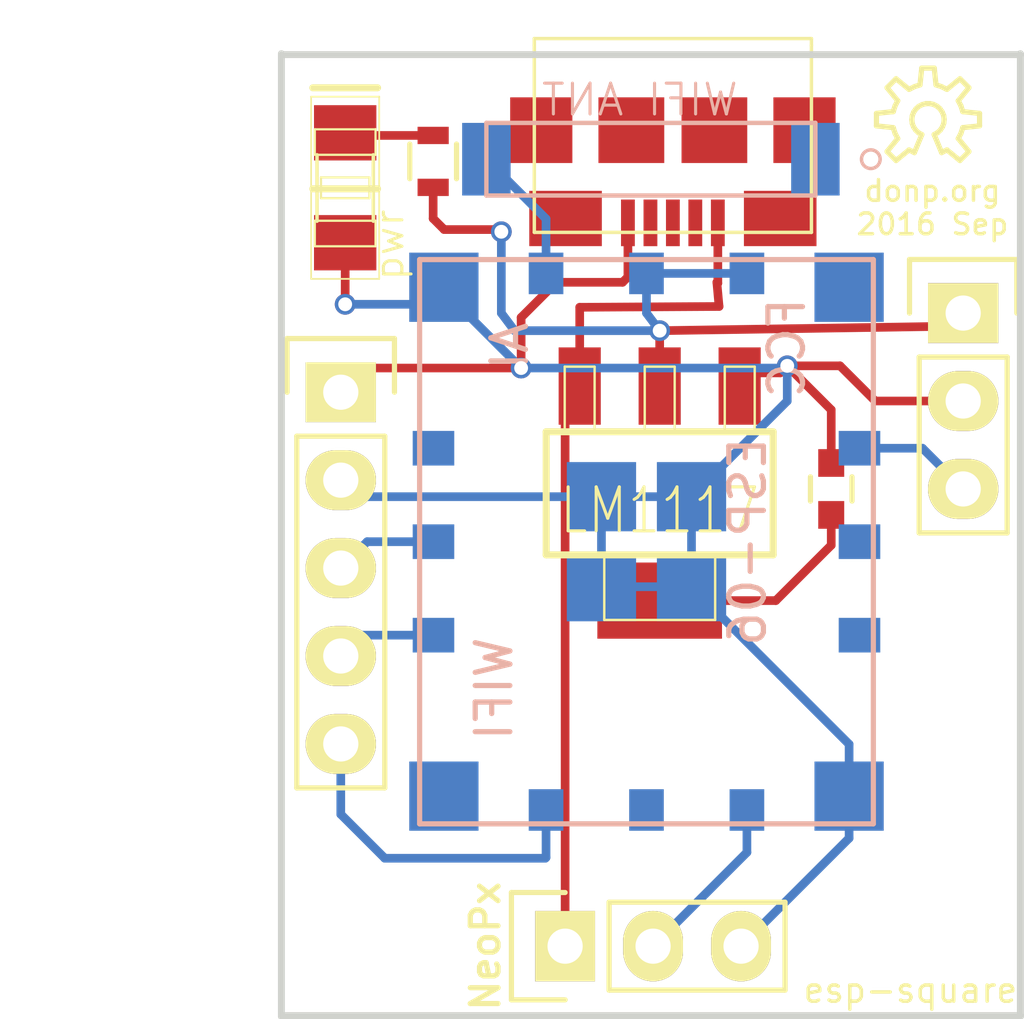
<source format=kicad_pcb>
(kicad_pcb (version 20171130) (host pcbnew 5.0.2-bee76a0~70~ubuntu18.04.1)

  (general
    (thickness 1.6)
    (drawings 6)
    (tracks 80)
    (zones 0)
    (modules 11)
    (nets 1)
  )

  (page A4)
  (layers
    (0 F.Cu signal)
    (31 B.Cu signal)
    (32 B.Adhes user)
    (33 F.Adhes user)
    (34 B.Paste user)
    (35 F.Paste user)
    (36 B.SilkS user)
    (37 F.SilkS user)
    (38 B.Mask user)
    (39 F.Mask user)
    (40 Dwgs.User user)
    (41 Cmts.User user)
    (42 Eco1.User user)
    (43 Eco2.User user)
    (44 Edge.Cuts user)
    (45 Margin user)
    (46 B.CrtYd user)
    (47 F.CrtYd user)
    (48 B.Fab user)
    (49 F.Fab user)
  )

  (setup
    (last_trace_width 0.25)
    (trace_clearance 0.2)
    (zone_clearance 0.508)
    (zone_45_only no)
    (trace_min 0.2)
    (segment_width 0.2)
    (edge_width 0.2)
    (via_size 0.6)
    (via_drill 0.4)
    (via_min_size 0.4)
    (via_min_drill 0.3)
    (uvia_size 0.3)
    (uvia_drill 0.1)
    (uvias_allowed no)
    (uvia_min_size 0.2)
    (uvia_min_drill 0.1)
    (pcb_text_width 0.3)
    (pcb_text_size 1.5 1.5)
    (mod_edge_width 0.15)
    (mod_text_size 1 1)
    (mod_text_width 0.15)
    (pad_size 3.59918 2.19964)
    (pad_drill 0)
    (pad_to_mask_clearance 0.2)
    (solder_mask_min_width 0.25)
    (aux_axis_origin 0 0)
    (visible_elements FFFFFF7F)
    (pcbplotparams
      (layerselection 0x010f0_ffffffff)
      (usegerberextensions true)
      (usegerberattributes false)
      (usegerberadvancedattributes false)
      (creategerberjobfile false)
      (excludeedgelayer true)
      (linewidth 0.100000)
      (plotframeref false)
      (viasonmask false)
      (mode 1)
      (useauxorigin false)
      (hpglpennumber 1)
      (hpglpenspeed 20)
      (hpglpendiameter 15.000000)
      (psnegative false)
      (psa4output false)
      (plotreference true)
      (plotvalue true)
      (plotinvisibletext false)
      (padsonsilk false)
      (subtractmaskfromsilk false)
      (outputformat 1)
      (mirror false)
      (drillshape 0)
      (scaleselection 1)
      (outputdirectory "/home/donp/osh/espsquare"))
  )

  (net 0 "")

  (net_class Default "This is the default net class."
    (clearance 0.2)
    (trace_width 0.25)
    (via_dia 0.6)
    (via_drill 0.4)
    (uvia_dia 0.3)
    (uvia_drill 0.1)
  )

  (module Pin_Headers:Pin_Header_Straight_1x03 (layer F.Cu) (tedit 57B8E39A) (tstamp 57BC01B3)
    (at 151.638 45.466)
    (descr "Through hole pin header")
    (tags "pin header")
    (fp_text reference "" (at 0 -2.3) (layer F.SilkS)
      (effects (font (size 0.8 0.9) (thickness 0.15)))
    )
    (fp_text value Pin_Header_Straight_1x03 (at 0 -3.1) (layer F.Fab) hide
      (effects (font (size 1 1) (thickness 0.15)))
    )
    (fp_line (start -1.75 -1.75) (end -1.75 6.85) (layer F.CrtYd) (width 0.05))
    (fp_line (start 1.75 -1.75) (end 1.75 6.85) (layer F.CrtYd) (width 0.05))
    (fp_line (start -1.75 -1.75) (end 1.75 -1.75) (layer F.CrtYd) (width 0.05))
    (fp_line (start -1.75 6.85) (end 1.75 6.85) (layer F.CrtYd) (width 0.05))
    (fp_line (start -1.27 1.27) (end -1.27 6.35) (layer F.SilkS) (width 0.15))
    (fp_line (start -1.27 6.35) (end 1.27 6.35) (layer F.SilkS) (width 0.15))
    (fp_line (start 1.27 6.35) (end 1.27 1.27) (layer F.SilkS) (width 0.15))
    (fp_line (start 1.55 -1.55) (end 1.55 0) (layer F.SilkS) (width 0.15))
    (fp_line (start 1.27 1.27) (end -1.27 1.27) (layer F.SilkS) (width 0.15))
    (fp_line (start -1.55 0) (end -1.55 -1.55) (layer F.SilkS) (width 0.15))
    (fp_line (start -1.55 -1.55) (end 1.55 -1.55) (layer F.SilkS) (width 0.15))
    (pad 1 thru_hole rect (at 0 0) (size 2.032 1.7272) (drill 1.016) (layers *.Cu *.Mask F.SilkS))
    (pad 2 thru_hole oval (at 0 2.54) (size 2.032 1.7272) (drill 1.016) (layers *.Cu *.Mask F.SilkS))
    (pad 3 thru_hole oval (at 0 5.08) (size 2.032 1.7272) (drill 1.016) (layers *.Cu *.Mask F.SilkS))
    (model Pin_Headers.3dshapes/Pin_Header_Straight_1x03.wrl
      (offset (xyz 0 -2.539999961853027 0))
      (scale (xyz 1 1 1))
      (rotate (xyz 0 0 90))
    )
    (model Pin_Headers.3dshapes/Pin_Header_Straight_1x03.wrl
      (offset (xyz 0 -2.539999961853027 0))
      (scale (xyz 1 1 1))
      (rotate (xyz 0 0 90))
    )
    (model Pin_Headers.3dshapes/Pin_Header_Straight_1x03.wrl
      (offset (xyz 0 -2.539999961853027 0))
      (scale (xyz 1 1 1))
      (rotate (xyz 0 0 90))
    )
    (model Pin_Headers.3dshapes/Pin_Header_Straight_1x03.wrl
      (offset (xyz 0 -2.539999961853027 0))
      (scale (xyz 1 1 1))
      (rotate (xyz 0 0 90))
    )
  )

  (module aalay:aalay-LED1206 (layer F.Cu) (tedit 57B713D9) (tstamp 56F9A37D)
    (at 133.7945 41.8465 90)
    (attr smd)
    (fp_text reference pwr (at -1.651 1.27 90) (layer F.SilkS)
      (effects (font (size 0.8 0.8) (thickness 0.0889)))
    )
    (fp_text value >VALUE (at 0.508 2.032 90) (layer B.SilkS) hide
      (effects (font (size 1.016 1.016) (thickness 0.0889)) (justify mirror))
    )
    (fp_line (start -1.6891 0.8763) (end -0.9525 0.8763) (layer F.SilkS) (width 0.06604))
    (fp_line (start -0.9525 0.8763) (end -0.9525 -0.8763) (layer F.SilkS) (width 0.06604))
    (fp_line (start -1.6891 -0.8763) (end -0.9525 -0.8763) (layer F.SilkS) (width 0.06604))
    (fp_line (start -1.6891 0.8763) (end -1.6891 -0.8763) (layer F.SilkS) (width 0.06604))
    (fp_line (start 0.9525 0.8763) (end 1.6891 0.8763) (layer F.SilkS) (width 0.06604))
    (fp_line (start 1.6891 0.8763) (end 1.6891 -0.8763) (layer F.SilkS) (width 0.06604))
    (fp_line (start 0.9525 -0.8763) (end 1.6891 -0.8763) (layer F.SilkS) (width 0.06604))
    (fp_line (start 0.9525 0.8763) (end 0.9525 -0.8763) (layer F.SilkS) (width 0.06604))
    (fp_line (start -0.29972 0.6985) (end 0.29972 0.6985) (layer F.SilkS) (width 0.06604))
    (fp_line (start 0.29972 0.6985) (end 0.29972 -0.6985) (layer F.SilkS) (width 0.06604))
    (fp_line (start -0.29972 -0.6985) (end 0.29972 -0.6985) (layer F.SilkS) (width 0.06604))
    (fp_line (start -0.29972 0.6985) (end -0.29972 -0.6985) (layer F.SilkS) (width 0.06604))
    (fp_line (start 0.9525 0.8128) (end -0.9652 0.8128) (layer F.SilkS) (width 0.1016))
    (fp_line (start 0.9525 -0.8128) (end -0.9652 -0.8128) (layer F.SilkS) (width 0.1016))
    (fp_line (start -2.63144 -0.98298) (end 2.63144 -0.98298) (layer F.SilkS) (width 0.0508))
    (fp_line (start 2.63144 -0.98298) (end 2.63144 0.98298) (layer F.SilkS) (width 0.0508))
    (fp_line (start 2.63144 0.98298) (end -2.63144 0.98298) (layer F.SilkS) (width 0.0508))
    (fp_line (start -2.63144 0.98298) (end -2.63144 -0.98298) (layer F.SilkS) (width 0.0508))
    (fp_line (start -0.03048 0.93472) (end -0.03048 -0.93472) (layer F.SilkS) (width 0.2032))
    (fp_line (start 2.88798 0.93472) (end 2.88798 -0.93472) (layer F.SilkS) (width 0.2032))
    (pad A smd rect (at -1.5875 0 90) (size 1.59766 1.80086) (layers F.Cu F.Paste F.Mask))
    (pad K smd rect (at 1.5875 0 90) (size 1.59766 1.80086) (layers F.Cu F.Paste F.Mask))
  )

  (module Pin_Headers:Pin_Header_Straight_1x03 (layer F.Cu) (tedit 57B8E513) (tstamp 56F7230E)
    (at 140.1445 63.754 90)
    (descr "Through hole pin header")
    (tags "pin header")
    (fp_text reference NeoPx (at 0 -2.3 90) (layer F.SilkS)
      (effects (font (size 0.8 0.8) (thickness 0.15)))
    )
    (fp_text value Pin_Header_Straight_1x03 (at 0 -3.1 90) (layer F.Fab) hide
      (effects (font (size 1 1) (thickness 0.15)))
    )
    (fp_line (start -1.75 -1.75) (end -1.75 6.85) (layer F.CrtYd) (width 0.05))
    (fp_line (start 1.75 -1.75) (end 1.75 6.85) (layer F.CrtYd) (width 0.05))
    (fp_line (start -1.75 -1.75) (end 1.75 -1.75) (layer F.CrtYd) (width 0.05))
    (fp_line (start -1.75 6.85) (end 1.75 6.85) (layer F.CrtYd) (width 0.05))
    (fp_line (start -1.27 1.27) (end -1.27 6.35) (layer F.SilkS) (width 0.15))
    (fp_line (start -1.27 6.35) (end 1.27 6.35) (layer F.SilkS) (width 0.15))
    (fp_line (start 1.27 6.35) (end 1.27 1.27) (layer F.SilkS) (width 0.15))
    (fp_line (start 1.55 -1.55) (end 1.55 0) (layer F.SilkS) (width 0.15))
    (fp_line (start 1.27 1.27) (end -1.27 1.27) (layer F.SilkS) (width 0.15))
    (fp_line (start -1.55 0) (end -1.55 -1.55) (layer F.SilkS) (width 0.15))
    (fp_line (start -1.55 -1.55) (end 1.55 -1.55) (layer F.SilkS) (width 0.15))
    (pad 1 thru_hole rect (at 0 0 90) (size 2.032 1.7272) (drill 1.016) (layers *.Cu *.Mask F.SilkS))
    (pad 2 thru_hole oval (at 0 2.54 90) (size 2.032 1.7272) (drill 1.016) (layers *.Cu *.Mask F.SilkS))
    (pad 3 thru_hole oval (at 0 5.08 90) (size 2.032 1.7272) (drill 1.016) (layers *.Cu *.Mask F.SilkS))
    (model Pin_Headers.3dshapes/Pin_Header_Straight_1x03.wrl
      (offset (xyz 0 -2.539999961853027 0))
      (scale (xyz 1 1 1))
      (rotate (xyz 0 0 90))
    )
    (model Pin_Headers.3dshapes/Pin_Header_Straight_1x03.wrl
      (offset (xyz 0 -2.539999961853027 0))
      (scale (xyz 1 1 1))
      (rotate (xyz 0 0 90))
    )
  )

  (module aalay:aalay-SOT223 (layer F.Cu) (tedit 56F70B8E) (tstamp 56F03C8A)
    (at 142.875 50.673 180)
    (descr "SOT223 PACKAGE")
    (tags "SOT223 PACKAGE")
    (attr smd)
    (fp_text reference LM1117 (at 0 -0.5 180) (layer F.SilkS)
      (effects (font (size 1.27 1) (thickness 0.0889)))
    )
    (fp_text value >VALUE (at 1.27 0.6858 180) (layer B.SilkS) hide
      (effects (font (size 1.27 1.27) (thickness 0.0889)) (justify mirror))
    )
    (fp_line (start -1.6002 -1.80086) (end 1.6002 -1.80086) (layer F.SilkS) (width 0.06604))
    (fp_line (start 1.6002 -1.80086) (end 1.6002 -3.6576) (layer F.SilkS) (width 0.06604))
    (fp_line (start -1.6002 -3.6576) (end 1.6002 -3.6576) (layer F.SilkS) (width 0.06604))
    (fp_line (start -1.6002 -1.80086) (end -1.6002 -3.6576) (layer F.SilkS) (width 0.06604))
    (fp_line (start -0.4318 3.6576) (end 0.4318 3.6576) (layer F.SilkS) (width 0.06604))
    (fp_line (start 0.4318 3.6576) (end 0.4318 1.80086) (layer F.SilkS) (width 0.06604))
    (fp_line (start -0.4318 1.80086) (end 0.4318 1.80086) (layer F.SilkS) (width 0.06604))
    (fp_line (start -0.4318 3.6576) (end -0.4318 1.80086) (layer F.SilkS) (width 0.06604))
    (fp_line (start -2.7432 3.6576) (end -1.8796 3.6576) (layer F.SilkS) (width 0.06604))
    (fp_line (start -1.8796 3.6576) (end -1.8796 1.80086) (layer F.SilkS) (width 0.06604))
    (fp_line (start -2.7432 1.80086) (end -1.8796 1.80086) (layer F.SilkS) (width 0.06604))
    (fp_line (start -2.7432 3.6576) (end -2.7432 1.80086) (layer F.SilkS) (width 0.06604))
    (fp_line (start 1.8796 3.6576) (end 2.7432 3.6576) (layer F.SilkS) (width 0.06604))
    (fp_line (start 2.7432 3.6576) (end 2.7432 1.80086) (layer F.SilkS) (width 0.06604))
    (fp_line (start 1.8796 1.80086) (end 2.7432 1.80086) (layer F.SilkS) (width 0.06604))
    (fp_line (start 1.8796 3.6576) (end 1.8796 1.80086) (layer F.SilkS) (width 0.06604))
    (fp_line (start -1.6002 -1.80086) (end 1.6002 -1.80086) (layer F.SilkS) (width 0.06604))
    (fp_line (start 1.6002 -1.80086) (end 1.6002 -3.6576) (layer F.SilkS) (width 0.06604))
    (fp_line (start -1.6002 -3.6576) (end 1.6002 -3.6576) (layer F.SilkS) (width 0.06604))
    (fp_line (start -1.6002 -1.80086) (end -1.6002 -3.6576) (layer F.SilkS) (width 0.06604))
    (fp_line (start -0.4318 3.6576) (end 0.4318 3.6576) (layer F.SilkS) (width 0.06604))
    (fp_line (start 0.4318 3.6576) (end 0.4318 1.80086) (layer F.SilkS) (width 0.06604))
    (fp_line (start -0.4318 1.80086) (end 0.4318 1.80086) (layer F.SilkS) (width 0.06604))
    (fp_line (start -0.4318 3.6576) (end -0.4318 1.80086) (layer F.SilkS) (width 0.06604))
    (fp_line (start -2.7432 3.6576) (end -1.8796 3.6576) (layer F.SilkS) (width 0.06604))
    (fp_line (start -1.8796 3.6576) (end -1.8796 1.80086) (layer F.SilkS) (width 0.06604))
    (fp_line (start -2.7432 1.80086) (end -1.8796 1.80086) (layer F.SilkS) (width 0.06604))
    (fp_line (start -2.7432 3.6576) (end -2.7432 1.80086) (layer F.SilkS) (width 0.06604))
    (fp_line (start 1.8796 3.6576) (end 2.7432 3.6576) (layer F.SilkS) (width 0.06604))
    (fp_line (start 2.7432 3.6576) (end 2.7432 1.80086) (layer F.SilkS) (width 0.06604))
    (fp_line (start 1.8796 1.80086) (end 2.7432 1.80086) (layer F.SilkS) (width 0.06604))
    (fp_line (start 1.8796 3.6576) (end 1.8796 1.80086) (layer F.SilkS) (width 0.06604))
    (fp_line (start 3.2766 -1.778) (end 3.2766 1.778) (layer F.SilkS) (width 0.2032))
    (fp_line (start 3.2766 1.778) (end -3.2766 1.778) (layer F.SilkS) (width 0.2032))
    (fp_line (start -3.2766 1.778) (end -3.2766 -1.778) (layer F.SilkS) (width 0.2032))
    (fp_line (start -3.2766 -1.778) (end 3.2766 -1.778) (layer F.SilkS) (width 0.2032))
    (pad GND smd rect (at -2.30886 3.0988 180) (size 1.21666 2.23266) (layers F.Cu F.Paste F.Mask))
    (pad OUT smd rect (at 0 3.0988 180) (size 1.21666 2.23266) (layers F.Cu F.Paste F.Mask))
    (pad IN smd rect (at 2.30886 3.0988 180) (size 1.21666 2.23266) (layers F.Cu F.Paste F.Mask))
    (pad OUT smd rect (at 0 -3.0988 180) (size 3.59918 2.19964) (layers F.Cu F.Paste F.Mask))
  )

  (module OPL-Antenna:OPL-Antenna-ANT2-SMD-9.5X2.1X1.0MM (layer B.Cu) (tedit 577AC5CE) (tstamp 56EF2E24)
    (at 142.621 41.021 180)
    (attr smd)
    (fp_text reference "WIFI ANT" (at 0.3175 1.7145 180) (layer B.SilkS)
      (effects (font (size 0.889 0.889) (thickness 0.0889)) (justify mirror))
    )
    (fp_text value >VALUE (at 0.762 -2.0955 180) (layer F.SilkS) hide
      (effects (font (size 0.889 0.889) (thickness 0.0889)))
    )
    (fp_line (start -4.7498 -1.04902) (end 4.7498 -1.04902) (layer B.SilkS) (width 0.06604))
    (fp_line (start 4.7498 -1.04902) (end 4.7498 1.04902) (layer B.SilkS) (width 0.06604))
    (fp_line (start -4.7498 1.04902) (end 4.7498 1.04902) (layer B.SilkS) (width 0.06604))
    (fp_line (start -4.7498 -1.04902) (end -4.7498 1.04902) (layer B.SilkS) (width 0.06604))
    (fp_line (start -4.7498 1.04902) (end 4.7498 1.04902) (layer B.SilkS) (width 0.127))
    (fp_line (start 4.7498 1.04902) (end 4.7498 -1.04902) (layer B.SilkS) (width 0.127))
    (fp_line (start 4.7498 -1.04902) (end -4.7498 -1.04902) (layer B.SilkS) (width 0.127))
    (fp_line (start -4.7498 -1.04902) (end -4.7498 1.04902) (layer B.SilkS) (width 0.127))
    (fp_circle (center -6.35 0) (end -6.5405 -0.1905) (layer B.SilkS) (width 0.1))
    (pad 1 smd rect (at -4.7498 0 180) (size 1.39954 2.09804) (layers B.Cu B.Paste B.Mask))
    (pad 2 smd rect (at 4.7498 0 180) (size 1.39954 2.09804) (layers B.Cu B.Paste B.Mask))
  )

  (module Resistors_SMD:R_0603 (layer F.Cu) (tedit 57B8D37B) (tstamp 577AC355)
    (at 136.3345 41.0845 90)
    (descr "Resistor SMD 0603, reflow soldering, Vishay (see dcrcw.pdf)")
    (tags "resistor 0603")
    (attr smd)
    (fp_text reference "" (at 0 -1.9 90) (layer F.SilkS)
      (effects (font (size 1 1) (thickness 0.15)))
    )
    (fp_text value R_0603 (at 0 1.9 90) (layer F.Fab)
      (effects (font (size 0.5 0.5) (thickness 0.125)))
    )
    (fp_line (start -1.3 -0.8) (end 1.3 -0.8) (layer F.CrtYd) (width 0.05))
    (fp_line (start -1.3 0.8) (end 1.3 0.8) (layer F.CrtYd) (width 0.05))
    (fp_line (start -1.3 -0.8) (end -1.3 0.8) (layer F.CrtYd) (width 0.05))
    (fp_line (start 1.3 -0.8) (end 1.3 0.8) (layer F.CrtYd) (width 0.05))
    (fp_line (start 0.5 0.675) (end -0.5 0.675) (layer F.SilkS) (width 0.15))
    (fp_line (start -0.5 -0.675) (end 0.5 -0.675) (layer F.SilkS) (width 0.15))
    (pad 1 smd rect (at -0.75 0 90) (size 0.5 0.9) (layers F.Cu F.Paste F.Mask))
    (pad 2 smd rect (at 0.75 0 90) (size 0.5 0.9) (layers F.Cu F.Paste F.Mask))
    (model Resistors_SMD.3dshapes/R_0603.wrl
      (at (xyz 0 0 0))
      (scale (xyz 1 1 1))
      (rotate (xyz 0 0 0))
    )
    (model Resistors_SMD.3dshapes/R_0603.wrl
      (at (xyz 0 0 0))
      (scale (xyz 1 1 1))
      (rotate (xyz 0 0 0))
    )
    (model Resistors_SMD.3dshapes/R_0603.wrl
      (at (xyz 0 0 0))
      (scale (xyz 1 1 1))
      (rotate (xyz 0 0 0))
    )
    (model Resistors_SMD.3dshapes/R_0603.wrl
      (at (xyz 0 0 0))
      (scale (xyz 1 1 1))
      (rotate (xyz 0 0 0))
    )
  )

  (module Capacitors_SMD:C_0603 (layer F.Cu) (tedit 57B556AC) (tstamp 57B66417)
    (at 147.828 50.546 90)
    (descr "Capacitor SMD 0603, reflow soldering, AVX (see smccp.pdf)")
    (tags "capacitor 0603")
    (attr smd)
    (fp_text reference "" (at 0 -1.9 90) (layer F.SilkS)
      (effects (font (size 1 1) (thickness 0.15)))
    )
    (fp_text value C_0603 (at 0 1.9 90) (layer F.Fab)
      (effects (font (size 1 1) (thickness 0.15)))
    )
    (fp_line (start -1.45 -0.75) (end 1.45 -0.75) (layer F.CrtYd) (width 0.05))
    (fp_line (start -1.45 0.75) (end 1.45 0.75) (layer F.CrtYd) (width 0.05))
    (fp_line (start -1.45 -0.75) (end -1.45 0.75) (layer F.CrtYd) (width 0.05))
    (fp_line (start 1.45 -0.75) (end 1.45 0.75) (layer F.CrtYd) (width 0.05))
    (fp_line (start -0.35 -0.6) (end 0.35 -0.6) (layer F.SilkS) (width 0.15))
    (fp_line (start 0.35 0.6) (end -0.35 0.6) (layer F.SilkS) (width 0.15))
    (pad 1 smd rect (at -0.75 0 90) (size 0.8 0.75) (layers F.Cu F.Paste F.Mask))
    (pad 2 smd rect (at 0.75 0 90) (size 0.8 0.75) (layers F.Cu F.Paste F.Mask))
    (model Capacitors_SMD.3dshapes/C_0603.wrl
      (at (xyz 0 0 0))
      (scale (xyz 1 1 1))
      (rotate (xyz 0 0 0))
    )
    (model Capacitors_SMD.3dshapes/C_0603.wrl
      (at (xyz 0 0 0))
      (scale (xyz 1 1 1))
      (rotate (xyz 0 0 0))
    )
  )

  (module aalay:aalay-OSHW_LOGO_S (layer F.Cu) (tedit 200000) (tstamp 57B820CA)
    (at 150.622 39.878)
    (attr virtual)
    (fp_text reference "" (at 0 0) (layer F.SilkS)
      (effects (font (size 1.524 1.524) (thickness 0.15)))
    )
    (fp_text value "" (at 0 0) (layer F.SilkS)
      (effects (font (size 1.524 1.524) (thickness 0.15)))
    )
    (fp_line (start 0.3937 0.9525) (end 0.5461 0.87376) (layer F.SilkS) (width 0.14986))
    (fp_line (start 0.5461 0.87376) (end 0.92202 1.1811) (layer F.SilkS) (width 0.14986))
    (fp_line (start 0.92202 1.1811) (end 1.1811 0.92202) (layer F.SilkS) (width 0.14986))
    (fp_line (start 1.1811 0.92202) (end 0.87376 0.5461) (layer F.SilkS) (width 0.14986))
    (fp_line (start 0.87376 0.5461) (end 0.9525 0.3937) (layer F.SilkS) (width 0.14986))
    (fp_line (start 0.9525 0.3937) (end 1.0033 0.23114) (layer F.SilkS) (width 0.14986))
    (fp_line (start 1.0033 0.23114) (end 1.48844 0.18034) (layer F.SilkS) (width 0.14986))
    (fp_line (start 1.48844 0.18034) (end 1.48844 -0.18034) (layer F.SilkS) (width 0.14986))
    (fp_line (start 1.48844 -0.18034) (end 1.0033 -0.23114) (layer F.SilkS) (width 0.14986))
    (fp_line (start 1.0033 -0.23114) (end 0.9525 -0.3937) (layer F.SilkS) (width 0.14986))
    (fp_line (start 0.9525 -0.3937) (end 0.87376 -0.5461) (layer F.SilkS) (width 0.14986))
    (fp_line (start 0.87376 -0.5461) (end 1.1811 -0.92202) (layer F.SilkS) (width 0.14986))
    (fp_line (start 1.1811 -0.92202) (end 0.92202 -1.1811) (layer F.SilkS) (width 0.14986))
    (fp_line (start 0.92202 -1.1811) (end 0.5461 -0.87376) (layer F.SilkS) (width 0.14986))
    (fp_line (start 0.5461 -0.87376) (end 0.3937 -0.9525) (layer F.SilkS) (width 0.14986))
    (fp_line (start 0.3937 -0.9525) (end 0.23114 -1.0033) (layer F.SilkS) (width 0.14986))
    (fp_line (start 0.23114 -1.0033) (end 0.18034 -1.48844) (layer F.SilkS) (width 0.14986))
    (fp_line (start 0.18034 -1.48844) (end -0.18034 -1.48844) (layer F.SilkS) (width 0.14986))
    (fp_line (start -0.18034 -1.48844) (end -0.23114 -1.0033) (layer F.SilkS) (width 0.14986))
    (fp_line (start -0.23114 -1.0033) (end -0.3937 -0.9525) (layer F.SilkS) (width 0.14986))
    (fp_line (start -0.3937 -0.9525) (end -0.5461 -0.87376) (layer F.SilkS) (width 0.14986))
    (fp_line (start -0.5461 -0.87376) (end -0.92202 -1.1811) (layer F.SilkS) (width 0.14986))
    (fp_line (start -0.92202 -1.1811) (end -1.1811 -0.92202) (layer F.SilkS) (width 0.14986))
    (fp_line (start -1.1811 -0.92202) (end -0.87376 -0.5461) (layer F.SilkS) (width 0.14986))
    (fp_line (start -0.87376 -0.5461) (end -0.9525 -0.3937) (layer F.SilkS) (width 0.14986))
    (fp_line (start -0.9525 -0.3937) (end -1.0033 -0.23114) (layer F.SilkS) (width 0.14986))
    (fp_line (start -1.0033 -0.23114) (end -1.48844 -0.18034) (layer F.SilkS) (width 0.14986))
    (fp_line (start -1.48844 -0.18034) (end -1.48844 0.18034) (layer F.SilkS) (width 0.14986))
    (fp_line (start -1.48844 0.18034) (end -1.0033 0.23114) (layer F.SilkS) (width 0.14986))
    (fp_line (start -1.0033 0.23114) (end -0.9525 0.3937) (layer F.SilkS) (width 0.14986))
    (fp_line (start -0.9525 0.3937) (end -0.87376 0.5461) (layer F.SilkS) (width 0.14986))
    (fp_line (start -0.87376 0.5461) (end -1.1811 0.92202) (layer F.SilkS) (width 0.14986))
    (fp_line (start -1.1811 0.92202) (end -0.92202 1.1811) (layer F.SilkS) (width 0.14986))
    (fp_line (start -0.92202 1.1811) (end -0.5461 0.87376) (layer F.SilkS) (width 0.14986))
    (fp_line (start -0.5461 0.87376) (end -0.3937 0.9525) (layer F.SilkS) (width 0.14986))
    (fp_line (start -0.3937 0.9525) (end -0.1778 0.4318) (layer F.SilkS) (width 0.14986))
    (fp_line (start -0.1778 0.4318) (end -0.27432 0.37846) (layer F.SilkS) (width 0.14986))
    (fp_line (start -0.27432 0.37846) (end -0.3556 0.30226) (layer F.SilkS) (width 0.14986))
    (fp_line (start -0.3556 0.30226) (end -0.41656 0.21082) (layer F.SilkS) (width 0.14986))
    (fp_line (start -0.41656 0.21082) (end -0.45466 0.10922) (layer F.SilkS) (width 0.14986))
    (fp_line (start -0.45466 0.10922) (end -0.46736 0) (layer F.SilkS) (width 0.14986))
    (fp_line (start -0.46736 0) (end -0.45466 -0.10922) (layer F.SilkS) (width 0.14986))
    (fp_line (start -0.45466 -0.10922) (end -0.41402 -0.2159) (layer F.SilkS) (width 0.14986))
    (fp_line (start -0.41402 -0.2159) (end -0.35052 -0.30734) (layer F.SilkS) (width 0.14986))
    (fp_line (start -0.35052 -0.30734) (end -0.2667 -0.38354) (layer F.SilkS) (width 0.14986))
    (fp_line (start -0.2667 -0.38354) (end -0.16764 -0.43434) (layer F.SilkS) (width 0.14986))
    (fp_line (start -0.16764 -0.43434) (end -0.06096 -0.46228) (layer F.SilkS) (width 0.14986))
    (fp_line (start -0.06096 -0.46228) (end 0.0508 -0.46482) (layer F.SilkS) (width 0.14986))
    (fp_line (start 0.0508 -0.46482) (end 0.16002 -0.43942) (layer F.SilkS) (width 0.14986))
    (fp_line (start 0.16002 -0.43942) (end 0.25908 -0.38862) (layer F.SilkS) (width 0.14986))
    (fp_line (start 0.25908 -0.38862) (end 0.34544 -0.31496) (layer F.SilkS) (width 0.14986))
    (fp_line (start 0.34544 -0.31496) (end 0.40894 -0.22352) (layer F.SilkS) (width 0.14986))
    (fp_line (start 0.40894 -0.22352) (end 0.45212 -0.11938) (layer F.SilkS) (width 0.14986))
    (fp_line (start 0.45212 -0.11938) (end 0.46736 -0.01016) (layer F.SilkS) (width 0.14986))
    (fp_line (start 0.46736 -0.01016) (end 0.4572 0.09906) (layer F.SilkS) (width 0.14986))
    (fp_line (start 0.4572 0.09906) (end 0.4191 0.20574) (layer F.SilkS) (width 0.14986))
    (fp_line (start 0.4191 0.20574) (end 0.35814 0.29972) (layer F.SilkS) (width 0.14986))
    (fp_line (start 0.35814 0.29972) (end 0.27686 0.37592) (layer F.SilkS) (width 0.14986))
    (fp_line (start 0.27686 0.37592) (end 0.1778 0.4318) (layer F.SilkS) (width 0.14986))
    (fp_line (start 0.1778 0.4318) (end 0.3937 0.9525) (layer F.SilkS) (width 0.14986))
  )

  (module ESP8266:ESP-06 (layer B.Cu) (tedit 57B8CC68) (tstamp 56EF2894)
    (at 142.494 52.07 270)
    (fp_text reference ESP-06 (at 0 -2.921 270) (layer B.SilkS)
      (effects (font (size 1 1) (thickness 0.15)) (justify mirror))
    )
    (fp_text value ESP-06 (at 0 0.5 270) (layer F.Fab)
      (effects (font (size 1 1) (thickness 0.15)))
    )
    (fp_text user AI (at -5.65 3.95 270) (layer B.SilkS)
      (effects (font (size 1 1) (thickness 0.15)) (justify mirror))
    )
    (fp_text user WIFI (at 4.25 4.4 270) (layer B.SilkS)
      (effects (font (size 1 1) (thickness 0.15)) (justify mirror))
    )
    (fp_text user FCC (at -5.6 -4.05 270) (layer B.SilkS)
      (effects (font (size 1 1) (thickness 0.15)) (justify mirror))
    )
    (fp_line (start -8.15 -6.55) (end 8.15 -6.55) (layer B.SilkS) (width 0.15))
    (fp_line (start 8.15 -6.55) (end 8.15 6.55) (layer B.SilkS) (width 0.15))
    (fp_line (start 8.15 6.55) (end -8.15 6.55) (layer B.SilkS) (width 0.15))
    (fp_line (start -8.15 6.55) (end -8.15 -6.55) (layer B.SilkS) (width 0.15))
    (pad GND smd rect (at -7.35 5.85 270) (size 2 2) (layers B.Cu B.Paste B.Mask))
    (pad GP5 smd rect (at 7.35 5.85 270) (size 2 2) (layers B.Cu B.Paste B.Mask))
    (pad GP16 smd rect (at -7.35 -5.85 270) (size 2 2) (layers B.Cu B.Paste B.Mask))
    (pad GP15 smd rect (at 7.35 -5.85 270) (size 2 2) (layers B.Cu B.Paste B.Mask))
    (pad GP14 smd rect (at -2.7 -6.15 270) (size 1 1.2) (layers B.Cu B.Paste B.Mask))
    (pad GP12 smd rect (at 0 -6.15 270) (size 1 1.2) (layers B.Cu B.Paste B.Mask))
    (pad GP13 smd rect (at 2.7 -6.15 270) (size 1 1.2) (layers B.Cu B.Paste B.Mask))
    (pad TX smd rect (at 0 6.15 270) (size 1 1.2) (layers B.Cu B.Paste B.Mask))
    (pad RST smd rect (at -2.7 6.15 270) (size 1 1.2) (layers B.Cu B.Paste B.Mask))
    (pad RX smd rect (at 2.7 6.15 270) (size 1 1.2) (layers B.Cu B.Paste B.Mask))
    (pad 3.3 smd rect (at -7.75 0 270) (size 1.2 1) (layers B.Cu B.Paste B.Mask))
    (pad CHPD smd rect (at -7.75 -2.9 270) (size 1.2 1) (layers B.Cu B.Paste B.Mask))
    (pad ANT smd rect (at -7.75 2.9 270) (size 1.2 1) (layers B.Cu B.Paste B.Mask))
    (pad GP2 smd rect (at 7.75 0 270) (size 1.2 1) (layers B.Cu B.Paste B.Mask))
    (pad GP0 smd rect (at 7.75 2.9 270) (size 1.2 1) (layers B.Cu B.Paste B.Mask))
    (pad GP4 smd rect (at 7.75 -2.9 270) (size 1.2 1) (layers B.Cu B.Paste B.Mask))
    (pad GND smd rect (at -1.3 1.3 270) (size 2 2) (layers B.Cu B.Paste B.Mask))
    (pad GND smd rect (at 1.3 1.3 270) (size 2 2) (layers B.Cu B.Paste B.Mask))
    (pad GND smd rect (at -1.3 -1.3 270) (size 2 2) (layers B.Cu B.Paste B.Mask))
    (pad GND smd rect (at 1.3 -1.3 270) (size 2 2) (layers B.Cu B.Paste B.Mask))
  )

  (module open-project:MICRO-B_USB (layer F.Cu) (tedit 57B8E0DF) (tstamp 57BAEA7E)
    (at 143.256 38.735 180)
    (fp_text reference "" (at 0 -5.842 180) (layer F.SilkS)
      (effects (font (size 0.762 0.762) (thickness 0.127)))
    )
    (fp_text value "" (at -0.05 2.09 180) (layer F.SilkS)
      (effects (font (size 0.762 0.762) (thickness 0.127)))
    )
    (fp_line (start -4.0005 1.00076) (end -4.0005 1.19888) (layer F.SilkS) (width 0.09906))
    (fp_line (start 4.0005 1.00076) (end 4.0005 1.19888) (layer F.SilkS) (width 0.09906))
    (fp_line (start -4.0005 -4.39928) (end 4.0005 -4.39928) (layer F.SilkS) (width 0.09906))
    (fp_line (start 4.0005 -4.39928) (end 4.0005 1.00076) (layer F.SilkS) (width 0.09906))
    (fp_line (start 4.0005 1.19888) (end -4.0005 1.19888) (layer F.SilkS) (width 0.09906))
    (fp_line (start -4.0005 1.00076) (end -4.0005 -4.39928) (layer F.SilkS) (width 0.09906))
    (pad "" smd rect (at -1.19888 -1.4478 180) (size 1.89738 1.89738) (layers F.Cu F.Paste F.Mask))
    (pad "" smd rect (at 1.19888 -1.4478 180) (size 1.89992 1.89738) (layers F.Cu F.Paste F.Mask))
    (pad "" smd rect (at 3.79984 -1.4478 180) (size 1.79578 1.89738) (layers F.Cu F.Paste F.Mask))
    (pad "" smd rect (at -3.0988 -3.99796 180) (size 2.0955 1.59766) (layers F.Cu F.Paste F.Mask))
    (pad 1 smd rect (at -1.29794 -4.12496 180) (size 0.39878 1.3462) (layers F.Cu F.Paste F.Mask)
      (clearance 0.2032))
    (pad 2 smd rect (at -0.6477 -4.12496 180) (size 0.39878 1.3462) (layers F.Cu F.Paste F.Mask)
      (clearance 0.2032))
    (pad 3 smd rect (at 0 -4.12496 180) (size 0.39878 1.3462) (layers F.Cu F.Paste F.Mask)
      (clearance 0.2032))
    (pad 4 smd rect (at 0.6477 -4.12496 180) (size 0.39878 1.3462) (layers F.Cu F.Paste F.Mask)
      (clearance 0.2032))
    (pad 5 smd rect (at 1.29794 -4.12496 180) (size 0.39878 1.3462) (layers F.Cu F.Paste F.Mask)
      (clearance 0.2032))
    (pad "" smd rect (at 3.0988 -3.99796 180) (size 2.0955 1.59766) (layers F.Cu F.Paste F.Mask))
    (pad "" smd rect (at -3.79984 -1.4478 180) (size 1.79578 1.89738) (layers F.Cu F.Paste F.Mask))
  )

  (module Pin_Headers:Pin_Header_Straight_1x05 (layer F.Cu) (tedit 57B8E008) (tstamp 57BBFF38)
    (at 133.6675 47.752)
    (descr "Through hole pin header")
    (tags "pin header")
    (fp_text reference "" (at 0 -5.1) (layer F.SilkS)
      (effects (font (size 1 1) (thickness 0.15)))
    )
    (fp_text value Pin_Header_Straight_1x05 (at 0 -3.1) (layer F.Fab)
      (effects (font (size 1 1) (thickness 0.15)))
    )
    (fp_line (start -1.55 0) (end -1.55 -1.55) (layer F.SilkS) (width 0.15))
    (fp_line (start -1.55 -1.55) (end 1.55 -1.55) (layer F.SilkS) (width 0.15))
    (fp_line (start 1.55 -1.55) (end 1.55 0) (layer F.SilkS) (width 0.15))
    (fp_line (start -1.75 -1.75) (end -1.75 11.95) (layer F.CrtYd) (width 0.05))
    (fp_line (start 1.75 -1.75) (end 1.75 11.95) (layer F.CrtYd) (width 0.05))
    (fp_line (start -1.75 -1.75) (end 1.75 -1.75) (layer F.CrtYd) (width 0.05))
    (fp_line (start -1.75 11.95) (end 1.75 11.95) (layer F.CrtYd) (width 0.05))
    (fp_line (start 1.27 1.27) (end 1.27 11.43) (layer F.SilkS) (width 0.15))
    (fp_line (start 1.27 11.43) (end -1.27 11.43) (layer F.SilkS) (width 0.15))
    (fp_line (start -1.27 11.43) (end -1.27 1.27) (layer F.SilkS) (width 0.15))
    (fp_line (start 1.27 1.27) (end -1.27 1.27) (layer F.SilkS) (width 0.15))
    (pad 1 thru_hole rect (at 0 0) (size 2.032 1.7272) (drill 1.016) (layers *.Cu *.Mask F.SilkS))
    (pad 2 thru_hole oval (at 0 2.54) (size 2.032 1.7272) (drill 1.016) (layers *.Cu *.Mask F.SilkS))
    (pad 3 thru_hole oval (at 0 5.08) (size 2.032 1.7272) (drill 1.016) (layers *.Cu *.Mask F.SilkS))
    (pad 4 thru_hole oval (at 0 7.62) (size 2.032 1.7272) (drill 1.016) (layers *.Cu *.Mask F.SilkS))
    (pad 5 thru_hole oval (at 0 10.16) (size 2.032 1.7272) (drill 1.016) (layers *.Cu *.Mask F.SilkS))
    (model Pin_Headers.3dshapes/Pin_Header_Straight_1x05.wrl
      (offset (xyz 0 -5.079999923706055 0))
      (scale (xyz 1 1 1))
      (rotate (xyz 0 0 90))
    )
    (model Pin_Headers.3dshapes/Pin_Header_Straight_1x05.wrl
      (offset (xyz 0 -5.079999923706055 0))
      (scale (xyz 1 1 1))
      (rotate (xyz 0 0 90))
    )
    (model Pin_Headers.3dshapes/Pin_Header_Straight_1x05.wrl
      (offset (xyz 0 -5.079999923706055 0))
      (scale (xyz 1 1 1))
      (rotate (xyz 0 0 90))
    )
    (model Pin_Headers.3dshapes/Pin_Header_Straight_1x05.wrl
      (offset (xyz 0 -5.079999923706055 0))
      (scale (xyz 1 1 1))
      (rotate (xyz 0 0 90))
    )
  )

  (gr_text esp-square (at 150.114 65.024) (layer F.SilkS)
    (effects (font (size 0.7 0.7) (thickness 0.1)))
  )
  (gr_line (start 153.289 65.786) (end 153.289 37.973) (angle 90) (layer Edge.Cuts) (width 0.2) (tstamp 57BAEB47))
  (gr_line (start 131.953 65.786) (end 131.953 37.973) (angle 90) (layer Edge.Cuts) (width 0.2))
  (gr_line (start 132 65.76) (end 153.3 65.76) (angle 90) (layer Edge.Cuts) (width 0.2))
  (gr_line (start 153.3 38) (end 132 38) (angle 90) (layer Edge.Cuts) (width 0.2))
  (gr_text "donp.org\n2016 Sep" (at 150.749 42.418) (layer F.SilkS)
    (effects (font (size 0.6 0.6) (thickness 0.1)))
  )

  (segment (start 140.56614 47.5742) (end 140.56614 48.15586) (width 0.25) (layer F.Cu) (net 0) (status C00000))
  (segment (start 140.56614 48.15586) (end 140.1445 48.5775) (width 0.25) (layer F.Cu) (net 0) (tstamp 57BC02C0) (status C00000))
  (segment (start 140.1445 48.5775) (end 140.1445 63.754) (width 0.25) (layer F.Cu) (net 0) (tstamp 57BC02C1) (status C00000))
  (segment (start 145.394 59.82) (end 145.394 61.0445) (width 0.25) (layer B.Cu) (net 0) (status 400000))
  (segment (start 145.394 61.0445) (end 142.6845 63.754) (width 0.25) (layer B.Cu) (net 0) (tstamp 57BC02BC) (status 800000))
  (segment (start 148.344 59.42) (end 148.344 60.6345) (width 0.25) (layer B.Cu) (net 0) (status 400000))
  (segment (start 148.344 60.6345) (end 145.2245 63.754) (width 0.25) (layer B.Cu) (net 0) (tstamp 57BC02B8) (status 800000))
  (segment (start 148.644 49.37) (end 150.462 49.37) (width 0.25) (layer B.Cu) (net 0))
  (segment (start 150.462 49.37) (end 151.638 50.546) (width 0.25) (layer B.Cu) (net 0) (tstamp 57BC0285))
  (segment (start 142.875 45.974) (end 151.257 45.847) (width 0.25) (layer F.Cu) (net 0))
  (segment (start 151.257 45.847) (end 151.638 45.466) (width 0.25) (layer F.Cu) (net 0) (tstamp 57BC0282))
  (segment (start 146.558 46.99) (end 148.082 46.99) (width 0.25) (layer F.Cu) (net 0))
  (segment (start 149.098 48.006) (end 151.638 48.006) (width 0.25) (layer F.Cu) (net 0) (tstamp 57BC027E))
  (segment (start 148.082 46.99) (end 149.098 48.006) (width 0.25) (layer F.Cu) (net 0) (tstamp 57BC027D))
  (segment (start 147.828 49.796) (end 147.828 48.26) (width 0.25) (layer F.Cu) (net 0))
  (segment (start 147.828 48.26) (end 146.558 46.99) (width 0.25) (layer F.Cu) (net 0) (tstamp 57BC01AD))
  (segment (start 142.875 53.7718) (end 146.2278 53.7718) (width 0.25) (layer F.Cu) (net 0))
  (segment (start 147.828 52.1716) (end 147.828 51.296) (width 0.25) (layer F.Cu) (net 0) (tstamp 57BC01AA))
  (segment (start 146.2278 53.7718) (end 147.828 52.1716) (width 0.25) (layer F.Cu) (net 0) (tstamp 57BC01A9))
  (segment (start 148.344 59.42) (end 148.344 57.92) (width 0.25) (layer B.Cu) (net 0))
  (segment (start 148.344 57.92) (end 143.794 53.37) (width 0.25) (layer B.Cu) (net 0) (tstamp 57BC00AD))
  (segment (start 139.594 59.82) (end 139.594 61.193) (width 0.25) (layer B.Cu) (net 0))
  (segment (start 133.6675 59.944) (end 133.6675 57.912) (width 0.25) (layer B.Cu) (net 0) (tstamp 57BC0093))
  (segment (start 134.9375 61.214) (end 133.6675 59.944) (width 0.25) (layer B.Cu) (net 0) (tstamp 57BC0092))
  (segment (start 139.573 61.214) (end 134.9375 61.214) (width 0.25) (layer B.Cu) (net 0) (tstamp 57BC0091))
  (segment (start 139.594 61.193) (end 139.573 61.214) (width 0.25) (layer B.Cu) (net 0) (tstamp 57BC0090))
  (segment (start 136.344 54.77) (end 134.2695 54.77) (width 0.25) (layer B.Cu) (net 0))
  (segment (start 134.2695 54.77) (end 133.6675 55.372) (width 0.25) (layer B.Cu) (net 0) (tstamp 57BC008D))
  (segment (start 136.344 52.07) (end 134.4295 52.07) (width 0.25) (layer B.Cu) (net 0))
  (segment (start 134.4295 52.07) (end 133.6675 52.832) (width 0.25) (layer B.Cu) (net 0) (tstamp 57BC008A))
  (segment (start 141.194 50.77) (end 134.1455 50.77) (width 0.25) (layer B.Cu) (net 0))
  (segment (start 134.1455 50.77) (end 133.6675 50.292) (width 0.25) (layer B.Cu) (net 0) (tstamp 57BC0087))
  (segment (start 138.8745 47.0535) (end 134.366 47.0535) (width 0.25) (layer F.Cu) (net 0))
  (segment (start 134.366 47.0535) (end 133.6675 47.752) (width 0.25) (layer F.Cu) (net 0) (tstamp 57BC0083))
  (segment (start 143.794 50.77) (end 143.794 53.37) (width 0.25) (layer B.Cu) (net 0) (status 30))
  (segment (start 143.794 53.37) (end 141.194 53.37) (width 0.25) (layer B.Cu) (net 0) (tstamp 57BAEE76) (status 30))
  (segment (start 141.194 53.37) (end 141.194 50.77) (width 0.25) (layer B.Cu) (net 0) (tstamp 57BAEE77) (status 30))
  (segment (start 141.194 50.77) (end 143.794 50.77) (width 0.25) (layer B.Cu) (net 0) (tstamp 57BAEE78) (status 30))
  (segment (start 146.558 46.99) (end 146.558 48.006) (width 0.25) (layer B.Cu) (net 0))
  (segment (start 146.558 48.006) (end 143.794 50.77) (width 0.25) (layer B.Cu) (net 0) (tstamp 57BAEE72) (status 20))
  (segment (start 136.644 44.72) (end 136.1915 44.72) (width 0.25) (layer B.Cu) (net 0) (status 30))
  (segment (start 136.1915 44.72) (end 135.6995 45.212) (width 0.25) (layer B.Cu) (net 0) (tstamp 57BAEE6A) (status 30))
  (segment (start 135.6995 45.212) (end 133.7945 45.212) (width 0.25) (layer B.Cu) (net 0) (tstamp 57BAEE6B) (status 10))
  (via (at 133.7945 45.212) (size 0.6) (drill 0.4) (layers F.Cu B.Cu) (net 0))
  (segment (start 133.7945 45.212) (end 133.7945 43.434) (width 0.25) (layer F.Cu) (net 0) (tstamp 57BAEE6D))
  (segment (start 136.3345 40.3345) (end 133.87 40.3345) (width 0.25) (layer F.Cu) (net 0))
  (segment (start 133.87 40.3345) (end 133.7945 40.259) (width 0.25) (layer F.Cu) (net 0) (tstamp 57BAEE60))
  (segment (start 142.875 45.974) (end 138.684 45.974) (width 0.25) (layer B.Cu) (net 0))
  (segment (start 136.3345 42.7355) (end 136.3345 41.8345) (width 0.25) (layer F.Cu) (net 0) (tstamp 57BAEE5D))
  (segment (start 136.652 43.053) (end 136.3345 42.7355) (width 0.25) (layer F.Cu) (net 0) (tstamp 57BAEE5C))
  (segment (start 138.2395 43.053) (end 136.652 43.053) (width 0.25) (layer F.Cu) (net 0) (tstamp 57BAEE5B))
  (segment (start 138.303 43.1165) (end 138.2395 43.053) (width 0.25) (layer F.Cu) (net 0) (tstamp 57BAEE5A))
  (via (at 138.303 43.1165) (size 0.6) (drill 0.4) (layers F.Cu B.Cu) (net 0))
  (segment (start 138.303 45.466) (end 138.303 43.1165) (width 0.25) (layer B.Cu) (net 0) (tstamp 57BAEE57))
  (segment (start 138.684 45.974) (end 138.303 45.466) (width 0.25) (layer B.Cu) (net 0) (tstamp 57BAEE56))
  (segment (start 142.875 47.5742) (end 142.875 45.974) (width 0.25) (layer F.Cu) (net 0) (status 400010))
  (segment (start 142.494 45.466) (end 142.494 44.32) (width 0.25) (layer B.Cu) (net 0) (tstamp 57BAED58) (status 20))
  (segment (start 142.875 45.974) (end 142.494 45.466) (width 0.25) (layer B.Cu) (net 0) (tstamp 57BAED57))
  (via (at 142.875 45.974) (size 0.6) (drill 0.4) (layers F.Cu B.Cu) (net 0))
  (segment (start 138.8745 47.0535) (end 146.4945 47.0535) (width 0.25) (layer B.Cu) (net 0))
  (segment (start 146.3548 47.1932) (end 145.18386 47.1932) (width 0.25) (layer F.Cu) (net 0) (tstamp 57BAED26) (status 20))
  (segment (start 146.558 46.99) (end 146.3548 47.1932) (width 0.25) (layer F.Cu) (net 0) (tstamp 57BAED25))
  (via (at 146.558 46.99) (size 0.6) (drill 0.4) (layers F.Cu B.Cu) (net 0))
  (segment (start 146.4945 47.0535) (end 146.558 46.99) (width 0.25) (layer B.Cu) (net 0) (tstamp 57BAED23))
  (segment (start 141.95806 42.85996) (end 141.95806 44.42206) (width 0.25) (layer F.Cu) (net 0))
  (segment (start 138.8745 47.0535) (end 136.644 44.823) (width 0.25) (layer B.Cu) (net 0) (tstamp 57BAED0E) (status 20))
  (via (at 138.8745 47.0535) (size 0.6) (drill 0.4) (layers F.Cu B.Cu) (net 0))
  (segment (start 138.8745 45.593) (end 138.8745 47.0535) (width 0.25) (layer F.Cu) (net 0) (tstamp 57BAED0B))
  (segment (start 139.8905 44.577) (end 138.8745 45.593) (width 0.25) (layer F.Cu) (net 0) (tstamp 57BAED09))
  (segment (start 141.80312 44.577) (end 139.8905 44.577) (width 0.25) (layer F.Cu) (net 0) (tstamp 57BAED08))
  (segment (start 141.95806 44.42206) (end 141.80312 44.577) (width 0.25) (layer F.Cu) (net 0) (tstamp 57BAED07))
  (segment (start 136.644 44.823) (end 136.644 44.72) (width 0.25) (layer B.Cu) (net 0) (tstamp 57BAED0F) (status 30))
  (segment (start 144.55394 42.85996) (end 144.55394 44.60494) (width 0.25) (layer F.Cu) (net 0))
  (segment (start 140.56614 45.29836) (end 140.56614 47.1932) (width 0.25) (layer F.Cu) (net 0) (tstamp 57BAECF4) (status 20))
  (segment (start 144.5895 45.2755) (end 140.56614 45.29836) (width 0.25) (layer F.Cu) (net 0) (tstamp 57BAECF3))
  (segment (start 144.526 44.577) (end 144.5895 45.2755) (width 0.25) (layer F.Cu) (net 0) (tstamp 57BAECF2))
  (segment (start 144.55394 44.60494) (end 144.526 44.577) (width 0.25) (layer F.Cu) (net 0) (tstamp 57BAECF1))
  (segment (start 142.494 44.32) (end 145.394 44.32) (width 0.25) (layer B.Cu) (net 0) (status 30))
  (segment (start 139.594 44.32) (end 139.594 42.7438) (width 0.25) (layer B.Cu) (net 0) (status 10))
  (segment (start 139.594 42.7438) (end 137.8712 41.021) (width 0.25) (layer B.Cu) (net 0) (tstamp 57BAEC96))

)

</source>
